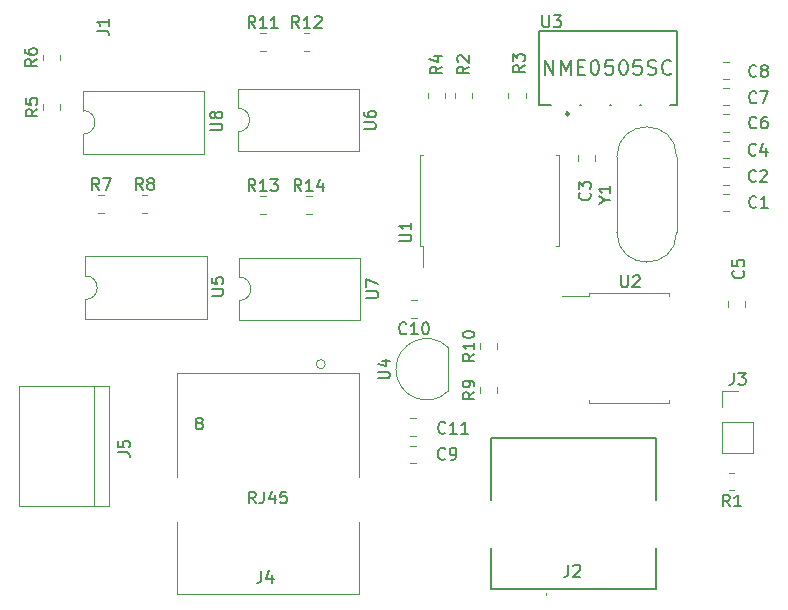
<source format=gbr>
%TF.GenerationSoftware,KiCad,Pcbnew,(6.0.10)*%
%TF.CreationDate,2023-01-13T17:59:47+01:00*%
%TF.ProjectId,InterfaceS88GleisboxRPi,496e7465-7266-4616-9365-533838476c65,rev?*%
%TF.SameCoordinates,Original*%
%TF.FileFunction,Legend,Top*%
%TF.FilePolarity,Positive*%
%FSLAX46Y46*%
G04 Gerber Fmt 4.6, Leading zero omitted, Abs format (unit mm)*
G04 Created by KiCad (PCBNEW (6.0.10)) date 2023-01-13 17:59:47*
%MOMM*%
%LPD*%
G01*
G04 APERTURE LIST*
%ADD10C,0.150000*%
%ADD11C,0.120000*%
%ADD12C,0.100000*%
%ADD13C,0.200000*%
%ADD14C,0.250000*%
G04 APERTURE END LIST*
D10*
%TO.C,J5*%
X99552380Y-91933333D02*
X100266666Y-91933333D01*
X100409523Y-91980952D01*
X100504761Y-92076190D01*
X100552380Y-92219047D01*
X100552380Y-92314285D01*
X99552380Y-90980952D02*
X99552380Y-91457142D01*
X100028571Y-91504761D01*
X99980952Y-91457142D01*
X99933333Y-91361904D01*
X99933333Y-91123809D01*
X99980952Y-91028571D01*
X100028571Y-90980952D01*
X100123809Y-90933333D01*
X100361904Y-90933333D01*
X100457142Y-90980952D01*
X100504761Y-91028571D01*
X100552380Y-91123809D01*
X100552380Y-91361904D01*
X100504761Y-91457142D01*
X100457142Y-91504761D01*
%TO.C,J2*%
X137666666Y-101452380D02*
X137666666Y-102166666D01*
X137619047Y-102309523D01*
X137523809Y-102404761D01*
X137380952Y-102452380D01*
X137285714Y-102452380D01*
X138095238Y-101547619D02*
X138142857Y-101500000D01*
X138238095Y-101452380D01*
X138476190Y-101452380D01*
X138571428Y-101500000D01*
X138619047Y-101547619D01*
X138666666Y-101642857D01*
X138666666Y-101738095D01*
X138619047Y-101880952D01*
X138047619Y-102452380D01*
X138666666Y-102452380D01*
%TO.C,J4*%
X111666666Y-101952380D02*
X111666666Y-102666666D01*
X111619047Y-102809523D01*
X111523809Y-102904761D01*
X111380952Y-102952380D01*
X111285714Y-102952380D01*
X112571428Y-102285714D02*
X112571428Y-102952380D01*
X112333333Y-101904761D02*
X112095238Y-102619047D01*
X112714285Y-102619047D01*
X111176190Y-96252380D02*
X110842857Y-95776190D01*
X110604761Y-96252380D02*
X110604761Y-95252380D01*
X110985714Y-95252380D01*
X111080952Y-95300000D01*
X111128571Y-95347619D01*
X111176190Y-95442857D01*
X111176190Y-95585714D01*
X111128571Y-95680952D01*
X111080952Y-95728571D01*
X110985714Y-95776190D01*
X110604761Y-95776190D01*
X111890476Y-95252380D02*
X111890476Y-95966666D01*
X111842857Y-96109523D01*
X111747619Y-96204761D01*
X111604761Y-96252380D01*
X111509523Y-96252380D01*
X112795238Y-95585714D02*
X112795238Y-96252380D01*
X112557142Y-95204761D02*
X112319047Y-95919047D01*
X112938095Y-95919047D01*
X113795238Y-95252380D02*
X113319047Y-95252380D01*
X113271428Y-95728571D01*
X113319047Y-95680952D01*
X113414285Y-95633333D01*
X113652380Y-95633333D01*
X113747619Y-95680952D01*
X113795238Y-95728571D01*
X113842857Y-95823809D01*
X113842857Y-96061904D01*
X113795238Y-96157142D01*
X113747619Y-96204761D01*
X113652380Y-96252380D01*
X113414285Y-96252380D01*
X113319047Y-96204761D01*
X113271428Y-96157142D01*
X106317761Y-89420952D02*
X106222523Y-89373333D01*
X106174904Y-89325714D01*
X106127285Y-89230476D01*
X106127285Y-89182857D01*
X106174904Y-89087619D01*
X106222523Y-89040000D01*
X106317761Y-88992380D01*
X106508238Y-88992380D01*
X106603476Y-89040000D01*
X106651095Y-89087619D01*
X106698714Y-89182857D01*
X106698714Y-89230476D01*
X106651095Y-89325714D01*
X106603476Y-89373333D01*
X106508238Y-89420952D01*
X106317761Y-89420952D01*
X106222523Y-89468571D01*
X106174904Y-89516190D01*
X106127285Y-89611428D01*
X106127285Y-89801904D01*
X106174904Y-89897142D01*
X106222523Y-89944761D01*
X106317761Y-89992380D01*
X106508238Y-89992380D01*
X106603476Y-89944761D01*
X106651095Y-89897142D01*
X106698714Y-89801904D01*
X106698714Y-89611428D01*
X106651095Y-89516190D01*
X106603476Y-89468571D01*
X106508238Y-89420952D01*
%TO.C,U4*%
X121552380Y-85661904D02*
X122361904Y-85661904D01*
X122457142Y-85614285D01*
X122504761Y-85566666D01*
X122552380Y-85471428D01*
X122552380Y-85280952D01*
X122504761Y-85185714D01*
X122457142Y-85138095D01*
X122361904Y-85090476D01*
X121552380Y-85090476D01*
X121885714Y-84185714D02*
X122552380Y-84185714D01*
X121504761Y-84423809D02*
X122219047Y-84661904D01*
X122219047Y-84042857D01*
%TO.C,R4*%
X126952380Y-59266666D02*
X126476190Y-59600000D01*
X126952380Y-59838095D02*
X125952380Y-59838095D01*
X125952380Y-59457142D01*
X126000000Y-59361904D01*
X126047619Y-59314285D01*
X126142857Y-59266666D01*
X126285714Y-59266666D01*
X126380952Y-59314285D01*
X126428571Y-59361904D01*
X126476190Y-59457142D01*
X126476190Y-59838095D01*
X126285714Y-58409523D02*
X126952380Y-58409523D01*
X125904761Y-58647619D02*
X126619047Y-58885714D01*
X126619047Y-58266666D01*
%TO.C,R5*%
X92702380Y-62866666D02*
X92226190Y-63200000D01*
X92702380Y-63438095D02*
X91702380Y-63438095D01*
X91702380Y-63057142D01*
X91750000Y-62961904D01*
X91797619Y-62914285D01*
X91892857Y-62866666D01*
X92035714Y-62866666D01*
X92130952Y-62914285D01*
X92178571Y-62961904D01*
X92226190Y-63057142D01*
X92226190Y-63438095D01*
X91702380Y-61961904D02*
X91702380Y-62438095D01*
X92178571Y-62485714D01*
X92130952Y-62438095D01*
X92083333Y-62342857D01*
X92083333Y-62104761D01*
X92130952Y-62009523D01*
X92178571Y-61961904D01*
X92273809Y-61914285D01*
X92511904Y-61914285D01*
X92607142Y-61961904D01*
X92654761Y-62009523D01*
X92702380Y-62104761D01*
X92702380Y-62342857D01*
X92654761Y-62438095D01*
X92607142Y-62485714D01*
%TO.C,R14*%
X115057142Y-69802380D02*
X114723809Y-69326190D01*
X114485714Y-69802380D02*
X114485714Y-68802380D01*
X114866666Y-68802380D01*
X114961904Y-68850000D01*
X115009523Y-68897619D01*
X115057142Y-68992857D01*
X115057142Y-69135714D01*
X115009523Y-69230952D01*
X114961904Y-69278571D01*
X114866666Y-69326190D01*
X114485714Y-69326190D01*
X116009523Y-69802380D02*
X115438095Y-69802380D01*
X115723809Y-69802380D02*
X115723809Y-68802380D01*
X115628571Y-68945238D01*
X115533333Y-69040476D01*
X115438095Y-69088095D01*
X116866666Y-69135714D02*
X116866666Y-69802380D01*
X116628571Y-68754761D02*
X116390476Y-69469047D01*
X117009523Y-69469047D01*
%TO.C,C3*%
X139457142Y-69966666D02*
X139504761Y-70014285D01*
X139552380Y-70157142D01*
X139552380Y-70252380D01*
X139504761Y-70395238D01*
X139409523Y-70490476D01*
X139314285Y-70538095D01*
X139123809Y-70585714D01*
X138980952Y-70585714D01*
X138790476Y-70538095D01*
X138695238Y-70490476D01*
X138600000Y-70395238D01*
X138552380Y-70252380D01*
X138552380Y-70157142D01*
X138600000Y-70014285D01*
X138647619Y-69966666D01*
X138552380Y-69633333D02*
X138552380Y-69014285D01*
X138933333Y-69347619D01*
X138933333Y-69204761D01*
X138980952Y-69109523D01*
X139028571Y-69061904D01*
X139123809Y-69014285D01*
X139361904Y-69014285D01*
X139457142Y-69061904D01*
X139504761Y-69109523D01*
X139552380Y-69204761D01*
X139552380Y-69490476D01*
X139504761Y-69585714D01*
X139457142Y-69633333D01*
%TO.C,J3*%
X151666666Y-85202380D02*
X151666666Y-85916666D01*
X151619047Y-86059523D01*
X151523809Y-86154761D01*
X151380952Y-86202380D01*
X151285714Y-86202380D01*
X152047619Y-85202380D02*
X152666666Y-85202380D01*
X152333333Y-85583333D01*
X152476190Y-85583333D01*
X152571428Y-85630952D01*
X152619047Y-85678571D01*
X152666666Y-85773809D01*
X152666666Y-86011904D01*
X152619047Y-86107142D01*
X152571428Y-86154761D01*
X152476190Y-86202380D01*
X152190476Y-86202380D01*
X152095238Y-86154761D01*
X152047619Y-86107142D01*
%TO.C,C9*%
X127233333Y-92457142D02*
X127185714Y-92504761D01*
X127042857Y-92552380D01*
X126947619Y-92552380D01*
X126804761Y-92504761D01*
X126709523Y-92409523D01*
X126661904Y-92314285D01*
X126614285Y-92123809D01*
X126614285Y-91980952D01*
X126661904Y-91790476D01*
X126709523Y-91695238D01*
X126804761Y-91600000D01*
X126947619Y-91552380D01*
X127042857Y-91552380D01*
X127185714Y-91600000D01*
X127233333Y-91647619D01*
X127709523Y-92552380D02*
X127900000Y-92552380D01*
X127995238Y-92504761D01*
X128042857Y-92457142D01*
X128138095Y-92314285D01*
X128185714Y-92123809D01*
X128185714Y-91742857D01*
X128138095Y-91647619D01*
X128090476Y-91600000D01*
X127995238Y-91552380D01*
X127804761Y-91552380D01*
X127709523Y-91600000D01*
X127661904Y-91647619D01*
X127614285Y-91742857D01*
X127614285Y-91980952D01*
X127661904Y-92076190D01*
X127709523Y-92123809D01*
X127804761Y-92171428D01*
X127995238Y-92171428D01*
X128090476Y-92123809D01*
X128138095Y-92076190D01*
X128185714Y-91980952D01*
%TO.C,U6*%
X120352380Y-64561904D02*
X121161904Y-64561904D01*
X121257142Y-64514285D01*
X121304761Y-64466666D01*
X121352380Y-64371428D01*
X121352380Y-64180952D01*
X121304761Y-64085714D01*
X121257142Y-64038095D01*
X121161904Y-63990476D01*
X120352380Y-63990476D01*
X120352380Y-63085714D02*
X120352380Y-63276190D01*
X120400000Y-63371428D01*
X120447619Y-63419047D01*
X120590476Y-63514285D01*
X120780952Y-63561904D01*
X121161904Y-63561904D01*
X121257142Y-63514285D01*
X121304761Y-63466666D01*
X121352380Y-63371428D01*
X121352380Y-63180952D01*
X121304761Y-63085714D01*
X121257142Y-63038095D01*
X121161904Y-62990476D01*
X120923809Y-62990476D01*
X120828571Y-63038095D01*
X120780952Y-63085714D01*
X120733333Y-63180952D01*
X120733333Y-63371428D01*
X120780952Y-63466666D01*
X120828571Y-63514285D01*
X120923809Y-63561904D01*
%TO.C,U2*%
X142138095Y-76952380D02*
X142138095Y-77761904D01*
X142185714Y-77857142D01*
X142233333Y-77904761D01*
X142328571Y-77952380D01*
X142519047Y-77952380D01*
X142614285Y-77904761D01*
X142661904Y-77857142D01*
X142709523Y-77761904D01*
X142709523Y-76952380D01*
X143138095Y-77047619D02*
X143185714Y-77000000D01*
X143280952Y-76952380D01*
X143519047Y-76952380D01*
X143614285Y-77000000D01*
X143661904Y-77047619D01*
X143709523Y-77142857D01*
X143709523Y-77238095D01*
X143661904Y-77380952D01*
X143090476Y-77952380D01*
X143709523Y-77952380D01*
%TO.C,R3*%
X133952380Y-59166666D02*
X133476190Y-59500000D01*
X133952380Y-59738095D02*
X132952380Y-59738095D01*
X132952380Y-59357142D01*
X133000000Y-59261904D01*
X133047619Y-59214285D01*
X133142857Y-59166666D01*
X133285714Y-59166666D01*
X133380952Y-59214285D01*
X133428571Y-59261904D01*
X133476190Y-59357142D01*
X133476190Y-59738095D01*
X132952380Y-58833333D02*
X132952380Y-58214285D01*
X133333333Y-58547619D01*
X133333333Y-58404761D01*
X133380952Y-58309523D01*
X133428571Y-58261904D01*
X133523809Y-58214285D01*
X133761904Y-58214285D01*
X133857142Y-58261904D01*
X133904761Y-58309523D01*
X133952380Y-58404761D01*
X133952380Y-58690476D01*
X133904761Y-58785714D01*
X133857142Y-58833333D01*
%TO.C,C7*%
X153583333Y-62279366D02*
X153535714Y-62326985D01*
X153392857Y-62374604D01*
X153297619Y-62374604D01*
X153154761Y-62326985D01*
X153059523Y-62231747D01*
X153011904Y-62136509D01*
X152964285Y-61946033D01*
X152964285Y-61803176D01*
X153011904Y-61612700D01*
X153059523Y-61517462D01*
X153154761Y-61422224D01*
X153297619Y-61374604D01*
X153392857Y-61374604D01*
X153535714Y-61422224D01*
X153583333Y-61469843D01*
X153916666Y-61374604D02*
X154583333Y-61374604D01*
X154154761Y-62374604D01*
%TO.C,C2*%
X153533333Y-68946030D02*
X153485714Y-68993649D01*
X153342857Y-69041268D01*
X153247619Y-69041268D01*
X153104761Y-68993649D01*
X153009523Y-68898411D01*
X152961904Y-68803173D01*
X152914285Y-68612697D01*
X152914285Y-68469840D01*
X152961904Y-68279364D01*
X153009523Y-68184126D01*
X153104761Y-68088888D01*
X153247619Y-68041268D01*
X153342857Y-68041268D01*
X153485714Y-68088888D01*
X153533333Y-68136507D01*
X153914285Y-68136507D02*
X153961904Y-68088888D01*
X154057142Y-68041268D01*
X154295238Y-68041268D01*
X154390476Y-68088888D01*
X154438095Y-68136507D01*
X154485714Y-68231745D01*
X154485714Y-68326983D01*
X154438095Y-68469840D01*
X153866666Y-69041268D01*
X154485714Y-69041268D01*
%TO.C,U7*%
X120552380Y-78861904D02*
X121361904Y-78861904D01*
X121457142Y-78814285D01*
X121504761Y-78766666D01*
X121552380Y-78671428D01*
X121552380Y-78480952D01*
X121504761Y-78385714D01*
X121457142Y-78338095D01*
X121361904Y-78290476D01*
X120552380Y-78290476D01*
X120552380Y-77909523D02*
X120552380Y-77242857D01*
X121552380Y-77671428D01*
%TO.C,R6*%
X92652380Y-58666666D02*
X92176190Y-59000000D01*
X92652380Y-59238095D02*
X91652380Y-59238095D01*
X91652380Y-58857142D01*
X91700000Y-58761904D01*
X91747619Y-58714285D01*
X91842857Y-58666666D01*
X91985714Y-58666666D01*
X92080952Y-58714285D01*
X92128571Y-58761904D01*
X92176190Y-58857142D01*
X92176190Y-59238095D01*
X91652380Y-57809523D02*
X91652380Y-58000000D01*
X91700000Y-58095238D01*
X91747619Y-58142857D01*
X91890476Y-58238095D01*
X92080952Y-58285714D01*
X92461904Y-58285714D01*
X92557142Y-58238095D01*
X92604761Y-58190476D01*
X92652380Y-58095238D01*
X92652380Y-57904761D01*
X92604761Y-57809523D01*
X92557142Y-57761904D01*
X92461904Y-57714285D01*
X92223809Y-57714285D01*
X92128571Y-57761904D01*
X92080952Y-57809523D01*
X92033333Y-57904761D01*
X92033333Y-58095238D01*
X92080952Y-58190476D01*
X92128571Y-58238095D01*
X92223809Y-58285714D01*
%TO.C,R7*%
X97933333Y-69702380D02*
X97600000Y-69226190D01*
X97361904Y-69702380D02*
X97361904Y-68702380D01*
X97742857Y-68702380D01*
X97838095Y-68750000D01*
X97885714Y-68797619D01*
X97933333Y-68892857D01*
X97933333Y-69035714D01*
X97885714Y-69130952D01*
X97838095Y-69178571D01*
X97742857Y-69226190D01*
X97361904Y-69226190D01*
X98266666Y-68702380D02*
X98933333Y-68702380D01*
X98504761Y-69702380D01*
%TO.C,R8*%
X101633333Y-69702380D02*
X101300000Y-69226190D01*
X101061904Y-69702380D02*
X101061904Y-68702380D01*
X101442857Y-68702380D01*
X101538095Y-68750000D01*
X101585714Y-68797619D01*
X101633333Y-68892857D01*
X101633333Y-69035714D01*
X101585714Y-69130952D01*
X101538095Y-69178571D01*
X101442857Y-69226190D01*
X101061904Y-69226190D01*
X102204761Y-69130952D02*
X102109523Y-69083333D01*
X102061904Y-69035714D01*
X102014285Y-68940476D01*
X102014285Y-68892857D01*
X102061904Y-68797619D01*
X102109523Y-68750000D01*
X102204761Y-68702380D01*
X102395238Y-68702380D01*
X102490476Y-68750000D01*
X102538095Y-68797619D01*
X102585714Y-68892857D01*
X102585714Y-68940476D01*
X102538095Y-69035714D01*
X102490476Y-69083333D01*
X102395238Y-69130952D01*
X102204761Y-69130952D01*
X102109523Y-69178571D01*
X102061904Y-69226190D01*
X102014285Y-69321428D01*
X102014285Y-69511904D01*
X102061904Y-69607142D01*
X102109523Y-69654761D01*
X102204761Y-69702380D01*
X102395238Y-69702380D01*
X102490476Y-69654761D01*
X102538095Y-69607142D01*
X102585714Y-69511904D01*
X102585714Y-69321428D01*
X102538095Y-69226190D01*
X102490476Y-69178571D01*
X102395238Y-69130952D01*
%TO.C,R1*%
X151333333Y-96502380D02*
X151000000Y-96026190D01*
X150761904Y-96502380D02*
X150761904Y-95502380D01*
X151142857Y-95502380D01*
X151238095Y-95550000D01*
X151285714Y-95597619D01*
X151333333Y-95692857D01*
X151333333Y-95835714D01*
X151285714Y-95930952D01*
X151238095Y-95978571D01*
X151142857Y-96026190D01*
X150761904Y-96026190D01*
X152285714Y-96502380D02*
X151714285Y-96502380D01*
X152000000Y-96502380D02*
X152000000Y-95502380D01*
X151904761Y-95645238D01*
X151809523Y-95740476D01*
X151714285Y-95788095D01*
%TO.C,C6*%
X153583333Y-64418254D02*
X153535714Y-64465873D01*
X153392857Y-64513492D01*
X153297619Y-64513492D01*
X153154761Y-64465873D01*
X153059523Y-64370635D01*
X153011904Y-64275397D01*
X152964285Y-64084921D01*
X152964285Y-63942064D01*
X153011904Y-63751588D01*
X153059523Y-63656350D01*
X153154761Y-63561112D01*
X153297619Y-63513492D01*
X153392857Y-63513492D01*
X153535714Y-63561112D01*
X153583333Y-63608731D01*
X154440476Y-63513492D02*
X154250000Y-63513492D01*
X154154761Y-63561112D01*
X154107142Y-63608731D01*
X154011904Y-63751588D01*
X153964285Y-63942064D01*
X153964285Y-64323016D01*
X154011904Y-64418254D01*
X154059523Y-64465873D01*
X154154761Y-64513492D01*
X154345238Y-64513492D01*
X154440476Y-64465873D01*
X154488095Y-64418254D01*
X154535714Y-64323016D01*
X154535714Y-64084921D01*
X154488095Y-63989683D01*
X154440476Y-63942064D01*
X154345238Y-63894445D01*
X154154761Y-63894445D01*
X154059523Y-63942064D01*
X154011904Y-63989683D01*
X153964285Y-64084921D01*
%TO.C,R12*%
X114857142Y-56002380D02*
X114523809Y-55526190D01*
X114285714Y-56002380D02*
X114285714Y-55002380D01*
X114666666Y-55002380D01*
X114761904Y-55050000D01*
X114809523Y-55097619D01*
X114857142Y-55192857D01*
X114857142Y-55335714D01*
X114809523Y-55430952D01*
X114761904Y-55478571D01*
X114666666Y-55526190D01*
X114285714Y-55526190D01*
X115809523Y-56002380D02*
X115238095Y-56002380D01*
X115523809Y-56002380D02*
X115523809Y-55002380D01*
X115428571Y-55145238D01*
X115333333Y-55240476D01*
X115238095Y-55288095D01*
X116190476Y-55097619D02*
X116238095Y-55050000D01*
X116333333Y-55002380D01*
X116571428Y-55002380D01*
X116666666Y-55050000D01*
X116714285Y-55097619D01*
X116761904Y-55192857D01*
X116761904Y-55288095D01*
X116714285Y-55430952D01*
X116142857Y-56002380D01*
X116761904Y-56002380D01*
%TO.C,C10*%
X123957142Y-81837142D02*
X123909523Y-81884761D01*
X123766666Y-81932380D01*
X123671428Y-81932380D01*
X123528571Y-81884761D01*
X123433333Y-81789523D01*
X123385714Y-81694285D01*
X123338095Y-81503809D01*
X123338095Y-81360952D01*
X123385714Y-81170476D01*
X123433333Y-81075238D01*
X123528571Y-80980000D01*
X123671428Y-80932380D01*
X123766666Y-80932380D01*
X123909523Y-80980000D01*
X123957142Y-81027619D01*
X124909523Y-81932380D02*
X124338095Y-81932380D01*
X124623809Y-81932380D02*
X124623809Y-80932380D01*
X124528571Y-81075238D01*
X124433333Y-81170476D01*
X124338095Y-81218095D01*
X125528571Y-80932380D02*
X125623809Y-80932380D01*
X125719047Y-80980000D01*
X125766666Y-81027619D01*
X125814285Y-81122857D01*
X125861904Y-81313333D01*
X125861904Y-81551428D01*
X125814285Y-81741904D01*
X125766666Y-81837142D01*
X125719047Y-81884761D01*
X125623809Y-81932380D01*
X125528571Y-81932380D01*
X125433333Y-81884761D01*
X125385714Y-81837142D01*
X125338095Y-81741904D01*
X125290476Y-81551428D01*
X125290476Y-81313333D01*
X125338095Y-81122857D01*
X125385714Y-81027619D01*
X125433333Y-80980000D01*
X125528571Y-80932380D01*
%TO.C,R13*%
X111157142Y-69802380D02*
X110823809Y-69326190D01*
X110585714Y-69802380D02*
X110585714Y-68802380D01*
X110966666Y-68802380D01*
X111061904Y-68850000D01*
X111109523Y-68897619D01*
X111157142Y-68992857D01*
X111157142Y-69135714D01*
X111109523Y-69230952D01*
X111061904Y-69278571D01*
X110966666Y-69326190D01*
X110585714Y-69326190D01*
X112109523Y-69802380D02*
X111538095Y-69802380D01*
X111823809Y-69802380D02*
X111823809Y-68802380D01*
X111728571Y-68945238D01*
X111633333Y-69040476D01*
X111538095Y-69088095D01*
X112442857Y-68802380D02*
X113061904Y-68802380D01*
X112728571Y-69183333D01*
X112871428Y-69183333D01*
X112966666Y-69230952D01*
X113014285Y-69278571D01*
X113061904Y-69373809D01*
X113061904Y-69611904D01*
X113014285Y-69707142D01*
X112966666Y-69754761D01*
X112871428Y-69802380D01*
X112585714Y-69802380D01*
X112490476Y-69754761D01*
X112442857Y-69707142D01*
%TO.C,R10*%
X129702380Y-83586607D02*
X129226190Y-83919940D01*
X129702380Y-84158035D02*
X128702380Y-84158035D01*
X128702380Y-83777083D01*
X128750000Y-83681845D01*
X128797619Y-83634226D01*
X128892857Y-83586607D01*
X129035714Y-83586607D01*
X129130952Y-83634226D01*
X129178571Y-83681845D01*
X129226190Y-83777083D01*
X129226190Y-84158035D01*
X129702380Y-82634226D02*
X129702380Y-83205654D01*
X129702380Y-82919940D02*
X128702380Y-82919940D01*
X128845238Y-83015178D01*
X128940476Y-83110416D01*
X128988095Y-83205654D01*
X128702380Y-82015178D02*
X128702380Y-81919940D01*
X128750000Y-81824702D01*
X128797619Y-81777083D01*
X128892857Y-81729464D01*
X129083333Y-81681845D01*
X129321428Y-81681845D01*
X129511904Y-81729464D01*
X129607142Y-81777083D01*
X129654761Y-81824702D01*
X129702380Y-81919940D01*
X129702380Y-82015178D01*
X129654761Y-82110416D01*
X129607142Y-82158035D01*
X129511904Y-82205654D01*
X129321428Y-82253273D01*
X129083333Y-82253273D01*
X128892857Y-82205654D01*
X128797619Y-82158035D01*
X128750000Y-82110416D01*
X128702380Y-82015178D01*
%TO.C,C5*%
X152457142Y-76566666D02*
X152504761Y-76614285D01*
X152552380Y-76757142D01*
X152552380Y-76852380D01*
X152504761Y-76995238D01*
X152409523Y-77090476D01*
X152314285Y-77138095D01*
X152123809Y-77185714D01*
X151980952Y-77185714D01*
X151790476Y-77138095D01*
X151695238Y-77090476D01*
X151600000Y-76995238D01*
X151552380Y-76852380D01*
X151552380Y-76757142D01*
X151600000Y-76614285D01*
X151647619Y-76566666D01*
X151552380Y-75661904D02*
X151552380Y-76138095D01*
X152028571Y-76185714D01*
X151980952Y-76138095D01*
X151933333Y-76042857D01*
X151933333Y-75804761D01*
X151980952Y-75709523D01*
X152028571Y-75661904D01*
X152123809Y-75614285D01*
X152361904Y-75614285D01*
X152457142Y-75661904D01*
X152504761Y-75709523D01*
X152552380Y-75804761D01*
X152552380Y-76042857D01*
X152504761Y-76138095D01*
X152457142Y-76185714D01*
%TO.C,U3*%
X135470596Y-54927380D02*
X135470596Y-55736904D01*
X135518215Y-55832142D01*
X135565834Y-55879761D01*
X135661072Y-55927380D01*
X135851548Y-55927380D01*
X135946786Y-55879761D01*
X135994405Y-55832142D01*
X136042024Y-55736904D01*
X136042024Y-54927380D01*
X136422977Y-54927380D02*
X137042024Y-54927380D01*
X136708691Y-55308333D01*
X136851548Y-55308333D01*
X136946786Y-55355952D01*
X136994405Y-55403571D01*
X137042024Y-55498809D01*
X137042024Y-55736904D01*
X136994405Y-55832142D01*
X136946786Y-55879761D01*
X136851548Y-55927380D01*
X136565834Y-55927380D01*
X136470596Y-55879761D01*
X136422977Y-55832142D01*
X135678095Y-59974523D02*
X135678095Y-58704523D01*
X136403809Y-59974523D01*
X136403809Y-58704523D01*
X137008571Y-59974523D02*
X137008571Y-58704523D01*
X137431904Y-59611666D01*
X137855238Y-58704523D01*
X137855238Y-59974523D01*
X138460000Y-59309285D02*
X138883333Y-59309285D01*
X139064761Y-59974523D02*
X138460000Y-59974523D01*
X138460000Y-58704523D01*
X139064761Y-58704523D01*
X139850952Y-58704523D02*
X139971904Y-58704523D01*
X140092857Y-58765000D01*
X140153333Y-58825476D01*
X140213809Y-58946428D01*
X140274285Y-59188333D01*
X140274285Y-59490714D01*
X140213809Y-59732619D01*
X140153333Y-59853571D01*
X140092857Y-59914047D01*
X139971904Y-59974523D01*
X139850952Y-59974523D01*
X139730000Y-59914047D01*
X139669523Y-59853571D01*
X139609047Y-59732619D01*
X139548571Y-59490714D01*
X139548571Y-59188333D01*
X139609047Y-58946428D01*
X139669523Y-58825476D01*
X139730000Y-58765000D01*
X139850952Y-58704523D01*
X141423333Y-58704523D02*
X140818571Y-58704523D01*
X140758095Y-59309285D01*
X140818571Y-59248809D01*
X140939523Y-59188333D01*
X141241904Y-59188333D01*
X141362857Y-59248809D01*
X141423333Y-59309285D01*
X141483809Y-59430238D01*
X141483809Y-59732619D01*
X141423333Y-59853571D01*
X141362857Y-59914047D01*
X141241904Y-59974523D01*
X140939523Y-59974523D01*
X140818571Y-59914047D01*
X140758095Y-59853571D01*
X142270000Y-58704523D02*
X142390952Y-58704523D01*
X142511904Y-58765000D01*
X142572380Y-58825476D01*
X142632857Y-58946428D01*
X142693333Y-59188333D01*
X142693333Y-59490714D01*
X142632857Y-59732619D01*
X142572380Y-59853571D01*
X142511904Y-59914047D01*
X142390952Y-59974523D01*
X142270000Y-59974523D01*
X142149047Y-59914047D01*
X142088571Y-59853571D01*
X142028095Y-59732619D01*
X141967619Y-59490714D01*
X141967619Y-59188333D01*
X142028095Y-58946428D01*
X142088571Y-58825476D01*
X142149047Y-58765000D01*
X142270000Y-58704523D01*
X143842380Y-58704523D02*
X143237619Y-58704523D01*
X143177142Y-59309285D01*
X143237619Y-59248809D01*
X143358571Y-59188333D01*
X143660952Y-59188333D01*
X143781904Y-59248809D01*
X143842380Y-59309285D01*
X143902857Y-59430238D01*
X143902857Y-59732619D01*
X143842380Y-59853571D01*
X143781904Y-59914047D01*
X143660952Y-59974523D01*
X143358571Y-59974523D01*
X143237619Y-59914047D01*
X143177142Y-59853571D01*
X144386666Y-59914047D02*
X144568095Y-59974523D01*
X144870476Y-59974523D01*
X144991428Y-59914047D01*
X145051904Y-59853571D01*
X145112380Y-59732619D01*
X145112380Y-59611666D01*
X145051904Y-59490714D01*
X144991428Y-59430238D01*
X144870476Y-59369761D01*
X144628571Y-59309285D01*
X144507619Y-59248809D01*
X144447142Y-59188333D01*
X144386666Y-59067380D01*
X144386666Y-58946428D01*
X144447142Y-58825476D01*
X144507619Y-58765000D01*
X144628571Y-58704523D01*
X144930952Y-58704523D01*
X145112380Y-58765000D01*
X146382380Y-59853571D02*
X146321904Y-59914047D01*
X146140476Y-59974523D01*
X146019523Y-59974523D01*
X145838095Y-59914047D01*
X145717142Y-59793095D01*
X145656666Y-59672142D01*
X145596190Y-59430238D01*
X145596190Y-59248809D01*
X145656666Y-59006904D01*
X145717142Y-58885952D01*
X145838095Y-58765000D01*
X146019523Y-58704523D01*
X146140476Y-58704523D01*
X146321904Y-58765000D01*
X146382380Y-58825476D01*
%TO.C,U5*%
X107452380Y-78661904D02*
X108261904Y-78661904D01*
X108357142Y-78614285D01*
X108404761Y-78566666D01*
X108452380Y-78471428D01*
X108452380Y-78280952D01*
X108404761Y-78185714D01*
X108357142Y-78138095D01*
X108261904Y-78090476D01*
X107452380Y-78090476D01*
X107452380Y-77138095D02*
X107452380Y-77614285D01*
X107928571Y-77661904D01*
X107880952Y-77614285D01*
X107833333Y-77519047D01*
X107833333Y-77280952D01*
X107880952Y-77185714D01*
X107928571Y-77138095D01*
X108023809Y-77090476D01*
X108261904Y-77090476D01*
X108357142Y-77138095D01*
X108404761Y-77185714D01*
X108452380Y-77280952D01*
X108452380Y-77519047D01*
X108404761Y-77614285D01*
X108357142Y-77661904D01*
%TO.C,U1*%
X123352380Y-74061904D02*
X124161904Y-74061904D01*
X124257142Y-74014285D01*
X124304761Y-73966666D01*
X124352380Y-73871428D01*
X124352380Y-73680952D01*
X124304761Y-73585714D01*
X124257142Y-73538095D01*
X124161904Y-73490476D01*
X123352380Y-73490476D01*
X124352380Y-72490476D02*
X124352380Y-73061904D01*
X124352380Y-72776190D02*
X123352380Y-72776190D01*
X123495238Y-72871428D01*
X123590476Y-72966666D01*
X123638095Y-73061904D01*
%TO.C,R9*%
X129702380Y-86822916D02*
X129226190Y-87156250D01*
X129702380Y-87394345D02*
X128702380Y-87394345D01*
X128702380Y-87013392D01*
X128750000Y-86918154D01*
X128797619Y-86870535D01*
X128892857Y-86822916D01*
X129035714Y-86822916D01*
X129130952Y-86870535D01*
X129178571Y-86918154D01*
X129226190Y-87013392D01*
X129226190Y-87394345D01*
X129702380Y-86346726D02*
X129702380Y-86156250D01*
X129654761Y-86061011D01*
X129607142Y-86013392D01*
X129464285Y-85918154D01*
X129273809Y-85870535D01*
X128892857Y-85870535D01*
X128797619Y-85918154D01*
X128750000Y-85965773D01*
X128702380Y-86061011D01*
X128702380Y-86251488D01*
X128750000Y-86346726D01*
X128797619Y-86394345D01*
X128892857Y-86441964D01*
X129130952Y-86441964D01*
X129226190Y-86394345D01*
X129273809Y-86346726D01*
X129321428Y-86251488D01*
X129321428Y-86061011D01*
X129273809Y-85965773D01*
X129226190Y-85918154D01*
X129130952Y-85870535D01*
%TO.C,R2*%
X129252380Y-59266666D02*
X128776190Y-59600000D01*
X129252380Y-59838095D02*
X128252380Y-59838095D01*
X128252380Y-59457142D01*
X128300000Y-59361904D01*
X128347619Y-59314285D01*
X128442857Y-59266666D01*
X128585714Y-59266666D01*
X128680952Y-59314285D01*
X128728571Y-59361904D01*
X128776190Y-59457142D01*
X128776190Y-59838095D01*
X128347619Y-58885714D02*
X128300000Y-58838095D01*
X128252380Y-58742857D01*
X128252380Y-58504761D01*
X128300000Y-58409523D01*
X128347619Y-58361904D01*
X128442857Y-58314285D01*
X128538095Y-58314285D01*
X128680952Y-58361904D01*
X129252380Y-58933333D01*
X129252380Y-58314285D01*
%TO.C,U8*%
X107352380Y-64661904D02*
X108161904Y-64661904D01*
X108257142Y-64614285D01*
X108304761Y-64566666D01*
X108352380Y-64471428D01*
X108352380Y-64280952D01*
X108304761Y-64185714D01*
X108257142Y-64138095D01*
X108161904Y-64090476D01*
X107352380Y-64090476D01*
X107780952Y-63471428D02*
X107733333Y-63566666D01*
X107685714Y-63614285D01*
X107590476Y-63661904D01*
X107542857Y-63661904D01*
X107447619Y-63614285D01*
X107400000Y-63566666D01*
X107352380Y-63471428D01*
X107352380Y-63280952D01*
X107400000Y-63185714D01*
X107447619Y-63138095D01*
X107542857Y-63090476D01*
X107590476Y-63090476D01*
X107685714Y-63138095D01*
X107733333Y-63185714D01*
X107780952Y-63280952D01*
X107780952Y-63471428D01*
X107828571Y-63566666D01*
X107876190Y-63614285D01*
X107971428Y-63661904D01*
X108161904Y-63661904D01*
X108257142Y-63614285D01*
X108304761Y-63566666D01*
X108352380Y-63471428D01*
X108352380Y-63280952D01*
X108304761Y-63185714D01*
X108257142Y-63138095D01*
X108161904Y-63090476D01*
X107971428Y-63090476D01*
X107876190Y-63138095D01*
X107828571Y-63185714D01*
X107780952Y-63280952D01*
%TO.C,C1*%
X153583333Y-71134922D02*
X153535714Y-71182541D01*
X153392857Y-71230160D01*
X153297619Y-71230160D01*
X153154761Y-71182541D01*
X153059523Y-71087303D01*
X153011904Y-70992065D01*
X152964285Y-70801589D01*
X152964285Y-70658732D01*
X153011904Y-70468256D01*
X153059523Y-70373018D01*
X153154761Y-70277780D01*
X153297619Y-70230160D01*
X153392857Y-70230160D01*
X153535714Y-70277780D01*
X153583333Y-70325399D01*
X154535714Y-71230160D02*
X153964285Y-71230160D01*
X154250000Y-71230160D02*
X154250000Y-70230160D01*
X154154761Y-70373018D01*
X154059523Y-70468256D01*
X153964285Y-70515875D01*
%TO.C,Y1*%
X140751190Y-70576190D02*
X141227380Y-70576190D01*
X140227380Y-70909523D02*
X140751190Y-70576190D01*
X140227380Y-70242857D01*
X141227380Y-69385714D02*
X141227380Y-69957142D01*
X141227380Y-69671428D02*
X140227380Y-69671428D01*
X140370238Y-69766666D01*
X140465476Y-69861904D01*
X140513095Y-69957142D01*
%TO.C,R11*%
X111157142Y-56002380D02*
X110823809Y-55526190D01*
X110585714Y-56002380D02*
X110585714Y-55002380D01*
X110966666Y-55002380D01*
X111061904Y-55050000D01*
X111109523Y-55097619D01*
X111157142Y-55192857D01*
X111157142Y-55335714D01*
X111109523Y-55430952D01*
X111061904Y-55478571D01*
X110966666Y-55526190D01*
X110585714Y-55526190D01*
X112109523Y-56002380D02*
X111538095Y-56002380D01*
X111823809Y-56002380D02*
X111823809Y-55002380D01*
X111728571Y-55145238D01*
X111633333Y-55240476D01*
X111538095Y-55288095D01*
X113061904Y-56002380D02*
X112490476Y-56002380D01*
X112776190Y-56002380D02*
X112776190Y-55002380D01*
X112680952Y-55145238D01*
X112585714Y-55240476D01*
X112490476Y-55288095D01*
%TO.C,C8*%
X153583333Y-60040478D02*
X153535714Y-60088097D01*
X153392857Y-60135716D01*
X153297619Y-60135716D01*
X153154761Y-60088097D01*
X153059523Y-59992859D01*
X153011904Y-59897621D01*
X152964285Y-59707145D01*
X152964285Y-59564288D01*
X153011904Y-59373812D01*
X153059523Y-59278574D01*
X153154761Y-59183336D01*
X153297619Y-59135716D01*
X153392857Y-59135716D01*
X153535714Y-59183336D01*
X153583333Y-59230955D01*
X154154761Y-59564288D02*
X154059523Y-59516669D01*
X154011904Y-59469050D01*
X153964285Y-59373812D01*
X153964285Y-59326193D01*
X154011904Y-59230955D01*
X154059523Y-59183336D01*
X154154761Y-59135716D01*
X154345238Y-59135716D01*
X154440476Y-59183336D01*
X154488095Y-59230955D01*
X154535714Y-59326193D01*
X154535714Y-59373812D01*
X154488095Y-59469050D01*
X154440476Y-59516669D01*
X154345238Y-59564288D01*
X154154761Y-59564288D01*
X154059523Y-59611907D01*
X154011904Y-59659526D01*
X153964285Y-59754764D01*
X153964285Y-59945240D01*
X154011904Y-60040478D01*
X154059523Y-60088097D01*
X154154761Y-60135716D01*
X154345238Y-60135716D01*
X154440476Y-60088097D01*
X154488095Y-60040478D01*
X154535714Y-59945240D01*
X154535714Y-59754764D01*
X154488095Y-59659526D01*
X154440476Y-59611907D01*
X154345238Y-59564288D01*
%TO.C,C11*%
X127257142Y-90257142D02*
X127209523Y-90304761D01*
X127066666Y-90352380D01*
X126971428Y-90352380D01*
X126828571Y-90304761D01*
X126733333Y-90209523D01*
X126685714Y-90114285D01*
X126638095Y-89923809D01*
X126638095Y-89780952D01*
X126685714Y-89590476D01*
X126733333Y-89495238D01*
X126828571Y-89400000D01*
X126971428Y-89352380D01*
X127066666Y-89352380D01*
X127209523Y-89400000D01*
X127257142Y-89447619D01*
X128209523Y-90352380D02*
X127638095Y-90352380D01*
X127923809Y-90352380D02*
X127923809Y-89352380D01*
X127828571Y-89495238D01*
X127733333Y-89590476D01*
X127638095Y-89638095D01*
X129161904Y-90352380D02*
X128590476Y-90352380D01*
X128876190Y-90352380D02*
X128876190Y-89352380D01*
X128780952Y-89495238D01*
X128685714Y-89590476D01*
X128590476Y-89638095D01*
%TO.C,C4*%
X153533333Y-66707142D02*
X153485714Y-66754761D01*
X153342857Y-66802380D01*
X153247619Y-66802380D01*
X153104761Y-66754761D01*
X153009523Y-66659523D01*
X152961904Y-66564285D01*
X152914285Y-66373809D01*
X152914285Y-66230952D01*
X152961904Y-66040476D01*
X153009523Y-65945238D01*
X153104761Y-65850000D01*
X153247619Y-65802380D01*
X153342857Y-65802380D01*
X153485714Y-65850000D01*
X153533333Y-65897619D01*
X154390476Y-66135714D02*
X154390476Y-66802380D01*
X154152380Y-65754761D02*
X153914285Y-66469047D01*
X154533333Y-66469047D01*
%TO.C,J1*%
X97752380Y-56233333D02*
X98466666Y-56233333D01*
X98609523Y-56280952D01*
X98704761Y-56376190D01*
X98752380Y-56519047D01*
X98752380Y-56614285D01*
X98752380Y-55233333D02*
X98752380Y-55804761D01*
X98752380Y-55519047D02*
X97752380Y-55519047D01*
X97895238Y-55614285D01*
X97990476Y-55709523D01*
X98038095Y-55804761D01*
D11*
%TO.C,J5*%
X91190000Y-96440000D02*
X98810000Y-96440000D01*
X98810000Y-86280000D02*
X91190000Y-86280000D01*
X97540000Y-86280000D02*
X97540000Y-96440000D01*
X98810000Y-96440000D02*
X98810000Y-86280000D01*
X91190000Y-86280000D02*
X91190000Y-96440000D01*
D12*
%TO.C,J2*%
X135800000Y-104000000D02*
G75*
G03*
X135800000Y-103900000I0J50000D01*
G01*
X135800000Y-103900000D02*
G75*
G03*
X135800000Y-104000000I0J-50000D01*
G01*
X135800000Y-104000000D02*
X135800000Y-104000000D01*
X135800000Y-103900000D02*
X135800000Y-103900000D01*
D13*
X145100000Y-90700000D02*
X131100000Y-90700000D01*
X131100000Y-100000000D02*
X131100000Y-103500000D01*
X131100000Y-90700000D02*
X131100000Y-96000000D01*
X145100000Y-103500000D02*
X145100000Y-100000000D01*
X131100000Y-103500000D02*
X145100000Y-103500000D01*
X145100000Y-96000000D02*
X145100000Y-90700000D01*
D11*
%TO.C,J4*%
X119976600Y-103927400D02*
X119976600Y-97795000D01*
X119976600Y-85182200D02*
X104533400Y-85182200D01*
X104533400Y-85182200D02*
X104533400Y-93985000D01*
X104533400Y-97795000D02*
X104533400Y-103927400D01*
X119976600Y-93985000D02*
X119976600Y-85182200D01*
X104533400Y-103927400D02*
X119976600Y-103927400D01*
X117081000Y-84471000D02*
G75*
G03*
X117081000Y-84471000I-381000J0D01*
G01*
%TO.C,U4*%
X127510000Y-86700000D02*
X127510000Y-83100000D01*
X127498478Y-83061522D02*
G75*
G03*
X123060000Y-84900000I-1838478J-1838478D01*
G01*
X123059999Y-84900000D02*
G75*
G03*
X127498478Y-86738478I2600001J0D01*
G01*
%TO.C,R4*%
X127235000Y-61927064D02*
X127235000Y-61472936D01*
X125765000Y-61927064D02*
X125765000Y-61472936D01*
%TO.C,R5*%
X93165000Y-62927064D02*
X93165000Y-62472936D01*
X94635000Y-62927064D02*
X94635000Y-62472936D01*
%TO.C,R14*%
X115472936Y-71735000D02*
X115927064Y-71735000D01*
X115472936Y-70265000D02*
X115927064Y-70265000D01*
%TO.C,C3*%
X139935000Y-66738748D02*
X139935000Y-67261252D01*
X138465000Y-66738748D02*
X138465000Y-67261252D01*
%TO.C,J3*%
X150670000Y-89350000D02*
X150670000Y-91950000D01*
X153330000Y-89350000D02*
X153330000Y-91950000D01*
X150670000Y-91950000D02*
X153330000Y-91950000D01*
X150670000Y-86750000D02*
X152000000Y-86750000D01*
X150670000Y-88080000D02*
X150670000Y-86750000D01*
X150670000Y-89350000D02*
X153330000Y-89350000D01*
%TO.C,C9*%
X124238748Y-91365000D02*
X124761252Y-91365000D01*
X124238748Y-92835000D02*
X124761252Y-92835000D01*
%TO.C,U6*%
X119950000Y-66440000D02*
X119950000Y-61140000D01*
X109670000Y-66440000D02*
X119950000Y-66440000D01*
X109670000Y-64790000D02*
X109670000Y-66440000D01*
X119950000Y-61140000D02*
X109670000Y-61140000D01*
X109670000Y-61140000D02*
X109670000Y-62790000D01*
X109670000Y-64790000D02*
G75*
G03*
X109670000Y-62790000I0J1000000D01*
G01*
%TO.C,U2*%
X146220000Y-87785000D02*
X146220000Y-87495000D01*
X142800000Y-78415000D02*
X146220000Y-78415000D01*
X146220000Y-78415000D02*
X146220000Y-78705000D01*
X139380000Y-87785000D02*
X139380000Y-87495000D01*
X142800000Y-78415000D02*
X139380000Y-78415000D01*
X142800000Y-87785000D02*
X146220000Y-87785000D01*
X139380000Y-78705000D02*
X137100000Y-78705000D01*
X142800000Y-87785000D02*
X139380000Y-87785000D01*
X139380000Y-78415000D02*
X139380000Y-78705000D01*
%TO.C,R3*%
X132565000Y-61472936D02*
X132565000Y-61927064D01*
X134035000Y-61472936D02*
X134035000Y-61927064D01*
%TO.C,C7*%
X150738748Y-61087224D02*
X151261252Y-61087224D01*
X150738748Y-62557224D02*
X151261252Y-62557224D01*
%TO.C,C2*%
X150738748Y-69273888D02*
X151261252Y-69273888D01*
X150738748Y-67803888D02*
X151261252Y-67803888D01*
%TO.C,U7*%
X109770000Y-75440000D02*
X109770000Y-77090000D01*
X109770000Y-80740000D02*
X120050000Y-80740000D01*
X120050000Y-75440000D02*
X109770000Y-75440000D01*
X109770000Y-79090000D02*
X109770000Y-80740000D01*
X120050000Y-80740000D02*
X120050000Y-75440000D01*
X109770000Y-79090000D02*
G75*
G03*
X109770000Y-77090000I0J1000000D01*
G01*
%TO.C,R6*%
X94635000Y-58727064D02*
X94635000Y-58272936D01*
X93165000Y-58727064D02*
X93165000Y-58272936D01*
%TO.C,R7*%
X97872936Y-70165000D02*
X98327064Y-70165000D01*
X97872936Y-71635000D02*
X98327064Y-71635000D01*
%TO.C,R8*%
X101572936Y-71635000D02*
X102027064Y-71635000D01*
X101572936Y-70165000D02*
X102027064Y-70165000D01*
%TO.C,R1*%
X151727064Y-95135000D02*
X151272936Y-95135000D01*
X151727064Y-93665000D02*
X151272936Y-93665000D01*
%TO.C,C6*%
X150738748Y-63326112D02*
X151261252Y-63326112D01*
X150738748Y-64796112D02*
X151261252Y-64796112D01*
%TO.C,R12*%
X115272936Y-57935000D02*
X115727064Y-57935000D01*
X115272936Y-56465000D02*
X115727064Y-56465000D01*
%TO.C,C10*%
X124861252Y-80535000D02*
X124338748Y-80535000D01*
X124861252Y-79065000D02*
X124338748Y-79065000D01*
%TO.C,R13*%
X111572936Y-70265000D02*
X112027064Y-70265000D01*
X111572936Y-71735000D02*
X112027064Y-71735000D01*
%TO.C,R10*%
X131635000Y-83170814D02*
X131635000Y-82716686D01*
X130165000Y-83170814D02*
X130165000Y-82716686D01*
%TO.C,C5*%
X152635000Y-79138748D02*
X152635000Y-79661252D01*
X151165000Y-79138748D02*
X151165000Y-79661252D01*
D10*
%TO.C,U3*%
X138657500Y-62525000D02*
X138772500Y-62525000D01*
X135135001Y-62525000D02*
X136232500Y-62525000D01*
X135135001Y-62525000D02*
X135135001Y-56275000D01*
X146277500Y-62525000D02*
X146865000Y-62525000D01*
X141197500Y-62525000D02*
X141312500Y-62525000D01*
X143737500Y-62525000D02*
X143852500Y-62525000D01*
X146865000Y-62525000D02*
X146865000Y-56275000D01*
X135135001Y-56275000D02*
X146865000Y-56275000D01*
D14*
X137710001Y-63270000D02*
G75*
G03*
X137710001Y-63270000I-125000J0D01*
G01*
D11*
%TO.C,U5*%
X96770000Y-75340000D02*
X96770000Y-76990000D01*
X96770000Y-80640000D02*
X107050000Y-80640000D01*
X107050000Y-80640000D02*
X107050000Y-75340000D01*
X96770000Y-78990000D02*
X96770000Y-80640000D01*
X107050000Y-75340000D02*
X96770000Y-75340000D01*
X96770000Y-78990000D02*
G75*
G03*
X96770000Y-76990000I0J1000000D01*
G01*
%TO.C,U1*%
X125360000Y-74460000D02*
X125360000Y-76275000D01*
X136885000Y-66740000D02*
X136640000Y-66740000D01*
X125115000Y-74460000D02*
X125360000Y-74460000D01*
X136885000Y-70600000D02*
X136885000Y-74460000D01*
X125115000Y-70600000D02*
X125115000Y-74460000D01*
X136885000Y-70600000D02*
X136885000Y-66740000D01*
X125115000Y-70600000D02*
X125115000Y-66740000D01*
X136885000Y-74460000D02*
X136640000Y-74460000D01*
X125115000Y-66740000D02*
X125360000Y-66740000D01*
%TO.C,R9*%
X131635000Y-86883314D02*
X131635000Y-86429186D01*
X130165000Y-86883314D02*
X130165000Y-86429186D01*
%TO.C,R2*%
X129535000Y-61927064D02*
X129535000Y-61472936D01*
X128065000Y-61927064D02*
X128065000Y-61472936D01*
%TO.C,U8*%
X96570000Y-61340000D02*
X96570000Y-62990000D01*
X106850000Y-66640000D02*
X106850000Y-61340000D01*
X106850000Y-61340000D02*
X96570000Y-61340000D01*
X96570000Y-64990000D02*
X96570000Y-66640000D01*
X96570000Y-66640000D02*
X106850000Y-66640000D01*
X96570000Y-64990000D02*
G75*
G03*
X96570000Y-62990000I0J1000000D01*
G01*
%TO.C,C1*%
X150738748Y-71512780D02*
X151261252Y-71512780D01*
X150738748Y-70042780D02*
X151261252Y-70042780D01*
%TO.C,Y1*%
X141775000Y-73300000D02*
X141775000Y-66900000D01*
X146825000Y-73300000D02*
X146825000Y-66900000D01*
X146825000Y-66900000D02*
G75*
G03*
X141775000Y-66900000I-2525000J0D01*
G01*
X141775000Y-73300000D02*
G75*
G03*
X146825000Y-73300000I2525000J0D01*
G01*
%TO.C,R11*%
X111572936Y-56465000D02*
X112027064Y-56465000D01*
X111572936Y-57935000D02*
X112027064Y-57935000D01*
%TO.C,C8*%
X150738748Y-58848336D02*
X151261252Y-58848336D01*
X150738748Y-60318336D02*
X151261252Y-60318336D01*
%TO.C,C11*%
X124238748Y-90535000D02*
X124761252Y-90535000D01*
X124238748Y-89065000D02*
X124761252Y-89065000D01*
%TO.C,C4*%
X150738748Y-67035000D02*
X151261252Y-67035000D01*
X150738748Y-65565000D02*
X151261252Y-65565000D01*
%TD*%
M02*

</source>
